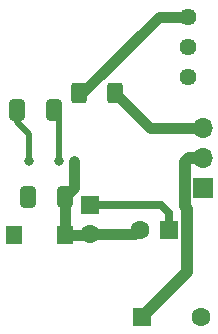
<source format=gbr>
%TF.GenerationSoftware,KiCad,Pcbnew,8.0.1-rc1*%
%TF.CreationDate,2024-10-01T19:24:00-07:00*%
%TF.ProjectId,LM2670SX-Carrier-SMD-inductor-ADJ,4c4d3236-3730-4535-982d-436172726965,rev?*%
%TF.SameCoordinates,Original*%
%TF.FileFunction,Copper,L2,Bot*%
%TF.FilePolarity,Positive*%
%FSLAX46Y46*%
G04 Gerber Fmt 4.6, Leading zero omitted, Abs format (unit mm)*
G04 Created by KiCad (PCBNEW 8.0.1-rc1) date 2024-10-01 19:24:00*
%MOMM*%
%LPD*%
G01*
G04 APERTURE LIST*
G04 Aperture macros list*
%AMRoundRect*
0 Rectangle with rounded corners*
0 $1 Rounding radius*
0 $2 $3 $4 $5 $6 $7 $8 $9 X,Y pos of 4 corners*
0 Add a 4 corners polygon primitive as box body*
4,1,4,$2,$3,$4,$5,$6,$7,$8,$9,$2,$3,0*
0 Add four circle primitives for the rounded corners*
1,1,$1+$1,$2,$3*
1,1,$1+$1,$4,$5*
1,1,$1+$1,$6,$7*
1,1,$1+$1,$8,$9*
0 Add four rect primitives between the rounded corners*
20,1,$1+$1,$2,$3,$4,$5,0*
20,1,$1+$1,$4,$5,$6,$7,0*
20,1,$1+$1,$6,$7,$8,$9,0*
20,1,$1+$1,$8,$9,$2,$3,0*%
G04 Aperture macros list end*
%TA.AperFunction,ComponentPad*%
%ADD10R,1.700000X1.700000*%
%TD*%
%TA.AperFunction,ComponentPad*%
%ADD11O,1.700000X1.700000*%
%TD*%
%TA.AperFunction,ComponentPad*%
%ADD12R,1.600000X1.600000*%
%TD*%
%TA.AperFunction,ComponentPad*%
%ADD13C,1.600000*%
%TD*%
%TA.AperFunction,ComponentPad*%
%ADD14C,1.440000*%
%TD*%
%TA.AperFunction,SMDPad,CuDef*%
%ADD15RoundRect,0.250000X0.400000X0.625000X-0.400000X0.625000X-0.400000X-0.625000X0.400000X-0.625000X0*%
%TD*%
%TA.AperFunction,SMDPad,CuDef*%
%ADD16R,1.450000X1.490000*%
%TD*%
%TA.AperFunction,SMDPad,CuDef*%
%ADD17RoundRect,0.250000X-0.412500X-0.650000X0.412500X-0.650000X0.412500X0.650000X-0.412500X0.650000X0*%
%TD*%
%TA.AperFunction,SMDPad,CuDef*%
%ADD18RoundRect,0.250000X0.412500X0.650000X-0.412500X0.650000X-0.412500X-0.650000X0.412500X-0.650000X0*%
%TD*%
%TA.AperFunction,ViaPad*%
%ADD19C,0.800000*%
%TD*%
%TA.AperFunction,Conductor*%
%ADD20C,0.635000*%
%TD*%
%TA.AperFunction,Conductor*%
%ADD21C,0.889000*%
%TD*%
%TA.AperFunction,Conductor*%
%ADD22C,0.508000*%
%TD*%
%TA.AperFunction,Conductor*%
%ADD23C,1.016000*%
%TD*%
G04 APERTURE END LIST*
D10*
%TO.P,J1,1,Pin_1*%
%TO.N,+VDC*%
X188747700Y-101470200D03*
D11*
%TO.P,J1,2,Pin_2*%
%TO.N,Net-(J1-Pin_2)*%
X188747700Y-98930200D03*
%TO.P,J1,3,Pin_3*%
%TO.N,GND*%
X188747700Y-96390200D03*
%TD*%
D12*
%TO.P,C2,1*%
%TO.N,+VDC*%
X179156213Y-102879759D03*
D13*
%TO.P,C2,2*%
%TO.N,GND*%
X179156213Y-105379759D03*
%TD*%
D12*
%TO.P,C1,1*%
%TO.N,+VDC*%
X185897552Y-105000951D03*
D13*
%TO.P,C1,2*%
%TO.N,GND*%
X183397552Y-105000951D03*
%TD*%
D12*
%TO.P,C5,1*%
%TO.N,Net-(J1-Pin_2)*%
X183607426Y-112364040D03*
D13*
%TO.P,C5,2*%
%TO.N,GND*%
X188607426Y-112364040D03*
%TD*%
D14*
%TO.P,RV2,1,1*%
%TO.N,Net-(R1-Pad2)*%
X187506271Y-86965448D03*
%TO.P,RV2,2,2*%
%TO.N,Net-(IC1-FEEDBACK{slash}FB)*%
X187506271Y-89505448D03*
%TO.P,RV2,3,3*%
%TO.N,Net-(J1-Pin_2)*%
X187506271Y-92045448D03*
%TD*%
D15*
%TO.P,R1,1*%
%TO.N,GND*%
X181330993Y-93435911D03*
%TO.P,R1,2*%
%TO.N,Net-(R1-Pad2)*%
X178230993Y-93435911D03*
%TD*%
D16*
%TO.P,D2,1*%
%TO.N,Net-(IC1-SWITCH_OUTPUT)*%
X172722429Y-105450592D03*
%TO.P,D2,2*%
%TO.N,GND*%
X177072429Y-105450592D03*
%TD*%
D17*
%TO.P,C4,1*%
%TO.N,+VDC*%
X173946727Y-102225531D03*
%TO.P,C4,2*%
%TO.N,GND*%
X177071727Y-102225531D03*
%TD*%
D18*
%TO.P,C3,1*%
%TO.N,Net-(IC1-CBOOST{slash}CB)*%
X176160072Y-94832417D03*
%TO.P,C3,2*%
%TO.N,Net-(IC1-SWITCH_OUTPUT)*%
X173035072Y-94832417D03*
%TD*%
D19*
%TO.N,+VDC*%
X173946727Y-102225531D03*
%TO.N,GND*%
X181330993Y-93435911D03*
X177800000Y-99210000D03*
%TO.N,Net-(IC1-CBOOST{slash}CB)*%
X176530000Y-99210000D03*
%TO.N,Net-(IC1-SWITCH_OUTPUT)*%
X172722429Y-105450592D03*
X173990000Y-99210000D03*
%TD*%
D20*
%TO.N,+VDC*%
X185897552Y-105000951D02*
X185897552Y-103565951D01*
X185211360Y-102879759D02*
X179156213Y-102879759D01*
X185897552Y-103565951D02*
X185211360Y-102879759D01*
D21*
%TO.N,GND*%
X181330993Y-93435911D02*
X184285282Y-96390200D01*
X177071727Y-102225531D02*
X177071727Y-105449890D01*
X183018744Y-105379759D02*
X183397552Y-105000951D01*
X181330993Y-93435911D02*
X181330993Y-93696663D01*
X184285282Y-96390200D02*
X188747700Y-96390200D01*
X177800000Y-99210000D02*
X177800000Y-101497258D01*
X177072429Y-105450592D02*
X179085380Y-105450592D01*
X177800000Y-101497258D02*
X177071727Y-102225531D01*
X179085380Y-105450592D02*
X179156213Y-105379759D01*
X179156213Y-105379759D02*
X183018744Y-105379759D01*
X177071727Y-105449890D02*
X177072429Y-105450592D01*
D22*
%TO.N,Net-(IC1-CBOOST{slash}CB)*%
X176530000Y-99210000D02*
X176530000Y-95202345D01*
X176530000Y-95202345D02*
X176160072Y-94832417D01*
%TO.N,Net-(IC1-SWITCH_OUTPUT)*%
X173990000Y-96873276D02*
X173035072Y-95918348D01*
X173990000Y-99210000D02*
X173990000Y-96873276D01*
X173035072Y-95918348D02*
X173035072Y-94832417D01*
D23*
%TO.N,Net-(J1-Pin_2)*%
X187405552Y-103244052D02*
X187189700Y-103028200D01*
X187545619Y-98930200D02*
X188747700Y-98930200D01*
X183607426Y-112364040D02*
X187405552Y-108565914D01*
X187189700Y-103028200D02*
X187189700Y-99286119D01*
X187405552Y-108565914D02*
X187405552Y-103244052D01*
X187189700Y-99286119D02*
X187545619Y-98930200D01*
D21*
%TO.N,Net-(R1-Pad2)*%
X187506271Y-86965448D02*
X185009694Y-86965448D01*
X185009694Y-86965448D02*
X178539231Y-93435911D01*
X178539231Y-93435911D02*
X178230993Y-93435911D01*
%TD*%
M02*

</source>
